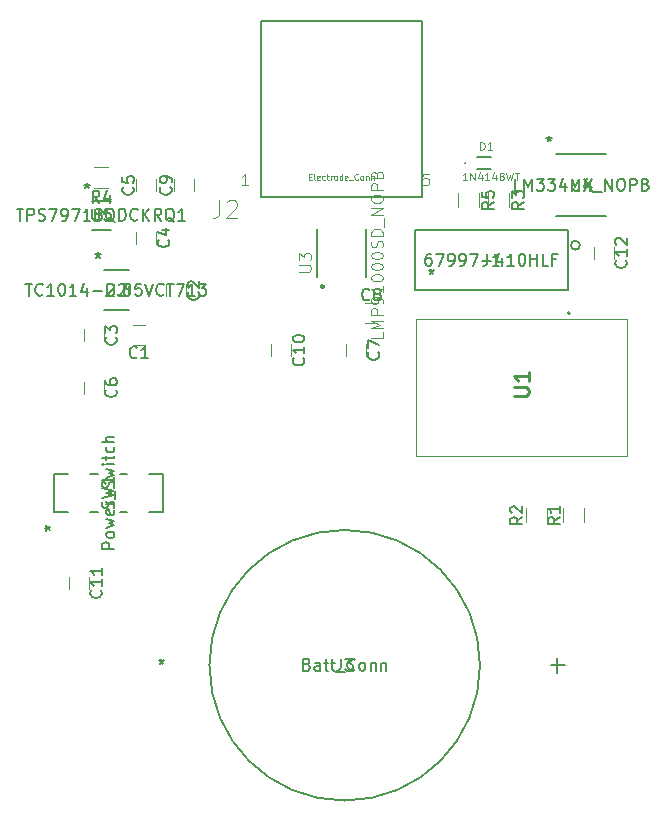
<source format=gbr>
G04 #@! TF.GenerationSoftware,KiCad,Pcbnew,(5.0.2)-1*
G04 #@! TF.CreationDate,2019-06-27T19:33:00-04:00*
G04 #@! TF.ProjectId,IGEM_Device,4947454d-5f44-4657-9669-63652e6b6963,rev?*
G04 #@! TF.SameCoordinates,Original*
G04 #@! TF.FileFunction,Legend,Top*
G04 #@! TF.FilePolarity,Positive*
%FSLAX46Y46*%
G04 Gerber Fmt 4.6, Leading zero omitted, Abs format (unit mm)*
G04 Created by KiCad (PCBNEW (5.0.2)-1) date 2019-06-27 7:33:00 PM*
%MOMM*%
%LPD*%
G01*
G04 APERTURE LIST*
%ADD10C,0.100000*%
%ADD11C,0.200000*%
%ADD12C,0.120000*%
%ADD13C,0.152400*%
%ADD14C,0.127000*%
%ADD15C,0.240000*%
%ADD16C,0.254000*%
%ADD17C,0.150000*%
%ADD18C,0.050000*%
G04 APERTURE END LIST*
D10*
G04 #@! TO.C,U1*
X149305000Y-65305000D02*
X149305000Y-76935000D01*
X149305000Y-76935000D02*
X131445000Y-76935000D01*
X131445000Y-76935000D02*
X131445000Y-65305000D01*
X131445000Y-65305000D02*
X149305000Y-65305000D01*
D11*
X144445000Y-64820000D02*
X144445000Y-64820000D01*
X144245000Y-64820000D02*
X144245000Y-64820000D01*
X144245000Y-64820000D02*
G75*
G03X144445000Y-64820000I100000J0D01*
G01*
X144445000Y-64820000D02*
G75*
G03X144245000Y-64820000I-100000J0D01*
G01*
D12*
G04 #@! TO.C,R1*
X145660000Y-81315000D02*
X145660000Y-82515000D01*
X143900000Y-82515000D02*
X143900000Y-81315000D01*
D13*
G04 #@! TO.C,J3*
X143992600Y-94615000D02*
X142801340Y-94615000D01*
X143357600Y-95250000D02*
X143357600Y-93980000D01*
X136829800Y-94615000D02*
G75*
G03X136829800Y-94615000I-11455400J0D01*
G01*
D14*
G04 #@! TO.C,D1*
X136560000Y-51555000D02*
X137760000Y-51555000D01*
D11*
X135610000Y-52070000D02*
G75*
G03X135610000Y-52070000I-50000J0D01*
G01*
D14*
X137760000Y-52585000D02*
X136560000Y-52585000D01*
D13*
G04 #@! TO.C,SW1*
X110032800Y-81635600D02*
X110032800Y-78384400D01*
X110032800Y-78384400D02*
X108839640Y-78384400D01*
X100787200Y-78384400D02*
X100787200Y-81635600D01*
X100787200Y-81635600D02*
X101980360Y-81635600D01*
X103839640Y-81635600D02*
X104480360Y-81635600D01*
X106339640Y-81635600D02*
X106980360Y-81635600D01*
X108839640Y-81635600D02*
X110032800Y-81635600D01*
X106980360Y-78384400D02*
X106339640Y-78384400D01*
X104480360Y-78384400D02*
X103839640Y-78384400D01*
X101980360Y-78384400D02*
X100787200Y-78384400D01*
D12*
G04 #@! TO.C,C2*
X110275000Y-62365000D02*
X110275000Y-63365000D01*
X111975000Y-63365000D02*
X111975000Y-62365000D01*
D11*
G04 #@! TO.C,J2*
X118294990Y-40062990D02*
X118294990Y-54948990D01*
X118294990Y-54948990D02*
X131895010Y-54948990D01*
X131895010Y-54948990D02*
X131895010Y-40062990D01*
X131895010Y-40062990D02*
X118294990Y-40062990D01*
D12*
G04 #@! TO.C,C1*
X108450000Y-65825000D02*
X107450000Y-65825000D01*
X107450000Y-67525000D02*
X108450000Y-67525000D01*
G04 #@! TO.C,C3*
X104990000Y-67175000D02*
X104990000Y-66175000D01*
X103290000Y-66175000D02*
X103290000Y-67175000D01*
G04 #@! TO.C,C4*
X109435000Y-58920000D02*
X109435000Y-57920000D01*
X107735000Y-57920000D02*
X107735000Y-58920000D01*
G04 #@! TO.C,C5*
X109435000Y-54475000D02*
X109435000Y-53475000D01*
X107735000Y-53475000D02*
X107735000Y-54475000D01*
G04 #@! TO.C,C6*
X104990000Y-71620000D02*
X104990000Y-70620000D01*
X103290000Y-70620000D02*
X103290000Y-71620000D01*
G04 #@! TO.C,C7*
X125515000Y-67445000D02*
X125515000Y-68445000D01*
X127215000Y-68445000D02*
X127215000Y-67445000D01*
G04 #@! TO.C,C8*
X128135000Y-63920000D02*
X127135000Y-63920000D01*
X127135000Y-65620000D02*
X128135000Y-65620000D01*
G04 #@! TO.C,C9*
X112610000Y-54475000D02*
X112610000Y-53475000D01*
X110910000Y-53475000D02*
X110910000Y-54475000D01*
G04 #@! TO.C,C10*
X120865000Y-68445000D02*
X120865000Y-67445000D01*
X119165000Y-67445000D02*
X119165000Y-68445000D01*
G04 #@! TO.C,C11*
X102020000Y-87130000D02*
X102020000Y-88130000D01*
X103720000Y-88130000D02*
X103720000Y-87130000D01*
G04 #@! TO.C,C12*
X148170000Y-60190000D02*
X148170000Y-59190000D01*
X146470000Y-59190000D02*
X146470000Y-60190000D01*
D13*
G04 #@! TO.C,J1*
X144272000Y-57785000D02*
X131318000Y-57785000D01*
X131318000Y-57785000D02*
X131318000Y-62865000D01*
X131318000Y-62865000D02*
X144272000Y-62865000D01*
X144272000Y-62865000D02*
X144272000Y-57785000D01*
X145288000Y-59055000D02*
G75*
G03X145288000Y-59055000I-381000J0D01*
G01*
D12*
G04 #@! TO.C,R2*
X140725000Y-82515000D02*
X140725000Y-81315000D01*
X142485000Y-81315000D02*
X142485000Y-82515000D01*
G04 #@! TO.C,R3*
X139310000Y-54645000D02*
X139310000Y-55845000D01*
X137550000Y-55845000D02*
X137550000Y-54645000D01*
G04 #@! TO.C,R4*
X105375000Y-54220000D02*
X104175000Y-54220000D01*
X104175000Y-52460000D02*
X105375000Y-52460000D01*
G04 #@! TO.C,R5*
X135010000Y-55845000D02*
X135010000Y-54645000D01*
X136770000Y-54645000D02*
X136770000Y-55845000D01*
D13*
G04 #@! TO.C,U2*
X105016300Y-64541400D02*
X107073700Y-64541400D01*
X107073700Y-63202861D02*
X107073700Y-62527139D01*
X107073700Y-61188600D02*
X105016300Y-61188600D01*
D14*
G04 #@! TO.C,U3*
X123045000Y-61740000D02*
X123045000Y-57640000D01*
X127145000Y-57640000D02*
X127145000Y-61740000D01*
D15*
X123615000Y-62540000D02*
G75*
G03X123615000Y-62540000I-120000J0D01*
G01*
D13*
G04 #@! TO.C,U4*
X143294100Y-56603900D02*
X147535900Y-56603900D01*
X147535900Y-51346100D02*
X143294100Y-51346100D01*
G04 #@! TO.C,U5*
X103949500Y-57721500D02*
X105600500Y-57721500D01*
X105600500Y-56654459D02*
X105600500Y-56375541D01*
X105600500Y-55308500D02*
X103949500Y-55308500D01*
G04 #@! TO.C,U1*
D16*
X139679523Y-71794619D02*
X140707619Y-71794619D01*
X140828571Y-71734142D01*
X140889047Y-71673666D01*
X140949523Y-71552714D01*
X140949523Y-71310809D01*
X140889047Y-71189857D01*
X140828571Y-71129380D01*
X140707619Y-71068904D01*
X139679523Y-71068904D01*
X140949523Y-69798904D02*
X140949523Y-70524619D01*
X140949523Y-70161761D02*
X139679523Y-70161761D01*
X139860952Y-70282714D01*
X139981904Y-70403666D01*
X140042380Y-70524619D01*
G04 #@! TO.C,R1*
D17*
X143582380Y-82081666D02*
X143106190Y-82415000D01*
X143582380Y-82653095D02*
X142582380Y-82653095D01*
X142582380Y-82272142D01*
X142630000Y-82176904D01*
X142677619Y-82129285D01*
X142772857Y-82081666D01*
X142915714Y-82081666D01*
X143010952Y-82129285D01*
X143058571Y-82176904D01*
X143106190Y-82272142D01*
X143106190Y-82653095D01*
X143582380Y-81129285D02*
X143582380Y-81700714D01*
X143582380Y-81415000D02*
X142582380Y-81415000D01*
X142725238Y-81510238D01*
X142820476Y-81605476D01*
X142868095Y-81700714D01*
G04 #@! TO.C,J3*
X125041066Y-94067380D02*
X125041066Y-94781666D01*
X124993447Y-94924523D01*
X124898209Y-95019761D01*
X124755352Y-95067380D01*
X124660114Y-95067380D01*
X125422019Y-94067380D02*
X126041066Y-94067380D01*
X125707733Y-94448333D01*
X125850590Y-94448333D01*
X125945828Y-94495952D01*
X125993447Y-94543571D01*
X126041066Y-94638809D01*
X126041066Y-94876904D01*
X125993447Y-94972142D01*
X125945828Y-95019761D01*
X125850590Y-95067380D01*
X125564876Y-95067380D01*
X125469638Y-95019761D01*
X125422019Y-94972142D01*
X122183923Y-94543571D02*
X122326780Y-94591190D01*
X122374400Y-94638809D01*
X122422019Y-94734047D01*
X122422019Y-94876904D01*
X122374400Y-94972142D01*
X122326780Y-95019761D01*
X122231542Y-95067380D01*
X121850590Y-95067380D01*
X121850590Y-94067380D01*
X122183923Y-94067380D01*
X122279161Y-94115000D01*
X122326780Y-94162619D01*
X122374400Y-94257857D01*
X122374400Y-94353095D01*
X122326780Y-94448333D01*
X122279161Y-94495952D01*
X122183923Y-94543571D01*
X121850590Y-94543571D01*
X123279161Y-95067380D02*
X123279161Y-94543571D01*
X123231542Y-94448333D01*
X123136304Y-94400714D01*
X122945828Y-94400714D01*
X122850590Y-94448333D01*
X123279161Y-95019761D02*
X123183923Y-95067380D01*
X122945828Y-95067380D01*
X122850590Y-95019761D01*
X122802971Y-94924523D01*
X122802971Y-94829285D01*
X122850590Y-94734047D01*
X122945828Y-94686428D01*
X123183923Y-94686428D01*
X123279161Y-94638809D01*
X123612495Y-94400714D02*
X123993447Y-94400714D01*
X123755352Y-94067380D02*
X123755352Y-94924523D01*
X123802971Y-95019761D01*
X123898209Y-95067380D01*
X123993447Y-95067380D01*
X124183923Y-94400714D02*
X124564876Y-94400714D01*
X124326780Y-94067380D02*
X124326780Y-94924523D01*
X124374400Y-95019761D01*
X124469638Y-95067380D01*
X124564876Y-95067380D01*
X124660114Y-95162619D02*
X125422019Y-95162619D01*
X126231542Y-94972142D02*
X126183923Y-95019761D01*
X126041066Y-95067380D01*
X125945828Y-95067380D01*
X125802971Y-95019761D01*
X125707733Y-94924523D01*
X125660114Y-94829285D01*
X125612495Y-94638809D01*
X125612495Y-94495952D01*
X125660114Y-94305476D01*
X125707733Y-94210238D01*
X125802971Y-94115000D01*
X125945828Y-94067380D01*
X126041066Y-94067380D01*
X126183923Y-94115000D01*
X126231542Y-94162619D01*
X126802971Y-95067380D02*
X126707733Y-95019761D01*
X126660114Y-94972142D01*
X126612495Y-94876904D01*
X126612495Y-94591190D01*
X126660114Y-94495952D01*
X126707733Y-94448333D01*
X126802971Y-94400714D01*
X126945828Y-94400714D01*
X127041066Y-94448333D01*
X127088685Y-94495952D01*
X127136304Y-94591190D01*
X127136304Y-94876904D01*
X127088685Y-94972142D01*
X127041066Y-95019761D01*
X126945828Y-95067380D01*
X126802971Y-95067380D01*
X127564876Y-94400714D02*
X127564876Y-95067380D01*
X127564876Y-94495952D02*
X127612495Y-94448333D01*
X127707733Y-94400714D01*
X127850590Y-94400714D01*
X127945828Y-94448333D01*
X127993447Y-94543571D01*
X127993447Y-95067380D01*
X128469638Y-94400714D02*
X128469638Y-95067380D01*
X128469638Y-94495952D02*
X128517257Y-94448333D01*
X128612495Y-94400714D01*
X128755352Y-94400714D01*
X128850590Y-94448333D01*
X128898209Y-94543571D01*
X128898209Y-95067380D01*
X109855000Y-94067380D02*
X109855000Y-94305476D01*
X109616904Y-94210238D02*
X109855000Y-94305476D01*
X110093095Y-94210238D01*
X109712142Y-94495952D02*
X109855000Y-94305476D01*
X109997857Y-94495952D01*
G04 #@! TO.C,D1*
D18*
X136866169Y-50971523D02*
X136866169Y-50331523D01*
X137018550Y-50331523D01*
X137109978Y-50362000D01*
X137170930Y-50422952D01*
X137201407Y-50483904D01*
X137231883Y-50605809D01*
X137231883Y-50697238D01*
X137201407Y-50819142D01*
X137170930Y-50880095D01*
X137109978Y-50941047D01*
X137018550Y-50971523D01*
X136866169Y-50971523D01*
X137841407Y-50971523D02*
X137475692Y-50971523D01*
X137658550Y-50971523D02*
X137658550Y-50331523D01*
X137597597Y-50422952D01*
X137536645Y-50483904D01*
X137475692Y-50514380D01*
X135740007Y-53548903D02*
X135374293Y-53548903D01*
X135557150Y-53548903D02*
X135557150Y-52908903D01*
X135496198Y-53000332D01*
X135435245Y-53061284D01*
X135374293Y-53091760D01*
X136014293Y-53548903D02*
X136014293Y-52908903D01*
X136380007Y-53548903D01*
X136380007Y-52908903D01*
X136959055Y-53122237D02*
X136959055Y-53548903D01*
X136806674Y-52878427D02*
X136654293Y-53335570D01*
X137050483Y-53335570D01*
X137629531Y-53548903D02*
X137263817Y-53548903D01*
X137446674Y-53548903D02*
X137446674Y-52908903D01*
X137385721Y-53000332D01*
X137324769Y-53061284D01*
X137263817Y-53091760D01*
X138178102Y-53122237D02*
X138178102Y-53548903D01*
X138025721Y-52878427D02*
X137873340Y-53335570D01*
X138269531Y-53335570D01*
X138604769Y-53183189D02*
X138543817Y-53152713D01*
X138513340Y-53122237D01*
X138482864Y-53061284D01*
X138482864Y-53030808D01*
X138513340Y-52969856D01*
X138543817Y-52939380D01*
X138604769Y-52908903D01*
X138726674Y-52908903D01*
X138787626Y-52939380D01*
X138818102Y-52969856D01*
X138848579Y-53030808D01*
X138848579Y-53061284D01*
X138818102Y-53122237D01*
X138787626Y-53152713D01*
X138726674Y-53183189D01*
X138604769Y-53183189D01*
X138543817Y-53213665D01*
X138513340Y-53244141D01*
X138482864Y-53305094D01*
X138482864Y-53426999D01*
X138513340Y-53487951D01*
X138543817Y-53518427D01*
X138604769Y-53548903D01*
X138726674Y-53548903D01*
X138787626Y-53518427D01*
X138818102Y-53487951D01*
X138848579Y-53426999D01*
X138848579Y-53305094D01*
X138818102Y-53244141D01*
X138787626Y-53213665D01*
X138726674Y-53183189D01*
X139061912Y-52908903D02*
X139214293Y-53548903D01*
X139336198Y-53091760D01*
X139458102Y-53548903D01*
X139610483Y-52908903D01*
X139762864Y-52908903D02*
X140128579Y-52908903D01*
X139945721Y-53548903D02*
X139945721Y-52908903D01*
G04 #@! TO.C,SW1*
D17*
X105814761Y-81343333D02*
X105862380Y-81200476D01*
X105862380Y-80962380D01*
X105814761Y-80867142D01*
X105767142Y-80819523D01*
X105671904Y-80771904D01*
X105576666Y-80771904D01*
X105481428Y-80819523D01*
X105433809Y-80867142D01*
X105386190Y-80962380D01*
X105338571Y-81152857D01*
X105290952Y-81248095D01*
X105243333Y-81295714D01*
X105148095Y-81343333D01*
X105052857Y-81343333D01*
X104957619Y-81295714D01*
X104910000Y-81248095D01*
X104862380Y-81152857D01*
X104862380Y-80914761D01*
X104910000Y-80771904D01*
X104862380Y-80438571D02*
X105862380Y-80200476D01*
X105148095Y-80010000D01*
X105862380Y-79819523D01*
X104862380Y-79581428D01*
X105862380Y-78676666D02*
X105862380Y-79248095D01*
X105862380Y-78962380D02*
X104862380Y-78962380D01*
X105005238Y-79057619D01*
X105100476Y-79152857D01*
X105148095Y-79248095D01*
X105862380Y-84771904D02*
X104862380Y-84771904D01*
X104862380Y-84390952D01*
X104910000Y-84295714D01*
X104957619Y-84248095D01*
X105052857Y-84200476D01*
X105195714Y-84200476D01*
X105290952Y-84248095D01*
X105338571Y-84295714D01*
X105386190Y-84390952D01*
X105386190Y-84771904D01*
X105862380Y-83629047D02*
X105814761Y-83724285D01*
X105767142Y-83771904D01*
X105671904Y-83819523D01*
X105386190Y-83819523D01*
X105290952Y-83771904D01*
X105243333Y-83724285D01*
X105195714Y-83629047D01*
X105195714Y-83486190D01*
X105243333Y-83390952D01*
X105290952Y-83343333D01*
X105386190Y-83295714D01*
X105671904Y-83295714D01*
X105767142Y-83343333D01*
X105814761Y-83390952D01*
X105862380Y-83486190D01*
X105862380Y-83629047D01*
X105195714Y-82962380D02*
X105862380Y-82771904D01*
X105386190Y-82581428D01*
X105862380Y-82390952D01*
X105195714Y-82200476D01*
X105814761Y-81438571D02*
X105862380Y-81533809D01*
X105862380Y-81724285D01*
X105814761Y-81819523D01*
X105719523Y-81867142D01*
X105338571Y-81867142D01*
X105243333Y-81819523D01*
X105195714Y-81724285D01*
X105195714Y-81533809D01*
X105243333Y-81438571D01*
X105338571Y-81390952D01*
X105433809Y-81390952D01*
X105529047Y-81867142D01*
X105862380Y-80962380D02*
X105195714Y-80962380D01*
X105386190Y-80962380D02*
X105290952Y-80914761D01*
X105243333Y-80867142D01*
X105195714Y-80771904D01*
X105195714Y-80676666D01*
X105957619Y-80581428D02*
X105957619Y-79819523D01*
X105814761Y-79629047D02*
X105862380Y-79486190D01*
X105862380Y-79248095D01*
X105814761Y-79152857D01*
X105767142Y-79105238D01*
X105671904Y-79057619D01*
X105576666Y-79057619D01*
X105481428Y-79105238D01*
X105433809Y-79152857D01*
X105386190Y-79248095D01*
X105338571Y-79438571D01*
X105290952Y-79533809D01*
X105243333Y-79581428D01*
X105148095Y-79629047D01*
X105052857Y-79629047D01*
X104957619Y-79581428D01*
X104910000Y-79533809D01*
X104862380Y-79438571D01*
X104862380Y-79200476D01*
X104910000Y-79057619D01*
X105195714Y-78724285D02*
X105862380Y-78533809D01*
X105386190Y-78343333D01*
X105862380Y-78152857D01*
X105195714Y-77962380D01*
X105862380Y-77581428D02*
X105195714Y-77581428D01*
X104862380Y-77581428D02*
X104910000Y-77629047D01*
X104957619Y-77581428D01*
X104910000Y-77533809D01*
X104862380Y-77581428D01*
X104957619Y-77581428D01*
X105195714Y-77248095D02*
X105195714Y-76867142D01*
X104862380Y-77105238D02*
X105719523Y-77105238D01*
X105814761Y-77057619D01*
X105862380Y-76962380D01*
X105862380Y-76867142D01*
X105814761Y-76105238D02*
X105862380Y-76200476D01*
X105862380Y-76390952D01*
X105814761Y-76486190D01*
X105767142Y-76533809D01*
X105671904Y-76581428D01*
X105386190Y-76581428D01*
X105290952Y-76533809D01*
X105243333Y-76486190D01*
X105195714Y-76390952D01*
X105195714Y-76200476D01*
X105243333Y-76105238D01*
X105862380Y-75676666D02*
X104862380Y-75676666D01*
X105862380Y-75248095D02*
X105338571Y-75248095D01*
X105243333Y-75295714D01*
X105195714Y-75390952D01*
X105195714Y-75533809D01*
X105243333Y-75629047D01*
X105290952Y-75676666D01*
X99974780Y-83019900D02*
X100212876Y-83019900D01*
X100117638Y-83257995D02*
X100212876Y-83019900D01*
X100117638Y-82781804D01*
X100403352Y-83162757D02*
X100212876Y-83019900D01*
X100403352Y-82877042D01*
G04 #@! TO.C,C2*
X112982142Y-63031666D02*
X113029761Y-63079285D01*
X113077380Y-63222142D01*
X113077380Y-63317380D01*
X113029761Y-63460238D01*
X112934523Y-63555476D01*
X112839285Y-63603095D01*
X112648809Y-63650714D01*
X112505952Y-63650714D01*
X112315476Y-63603095D01*
X112220238Y-63555476D01*
X112125000Y-63460238D01*
X112077380Y-63317380D01*
X112077380Y-63222142D01*
X112125000Y-63079285D01*
X112172619Y-63031666D01*
X112172619Y-62650714D02*
X112125000Y-62603095D01*
X112077380Y-62507857D01*
X112077380Y-62269761D01*
X112125000Y-62174523D01*
X112172619Y-62126904D01*
X112267857Y-62079285D01*
X112363095Y-62079285D01*
X112505952Y-62126904D01*
X113077380Y-62698333D01*
X113077380Y-62079285D01*
G04 #@! TO.C,J2*
D18*
X114774000Y-55217071D02*
X114774000Y-56288500D01*
X114702571Y-56502785D01*
X114559714Y-56645642D01*
X114345428Y-56717071D01*
X114202571Y-56717071D01*
X115416857Y-55359928D02*
X115488285Y-55288500D01*
X115631142Y-55217071D01*
X115988285Y-55217071D01*
X116131142Y-55288500D01*
X116202571Y-55359928D01*
X116274000Y-55502785D01*
X116274000Y-55645642D01*
X116202571Y-55859928D01*
X115345428Y-56717071D01*
X116274000Y-56717071D01*
X122345000Y-53254775D02*
X122511666Y-53254775D01*
X122583095Y-53516680D02*
X122345000Y-53516680D01*
X122345000Y-53016680D01*
X122583095Y-53016680D01*
X122868809Y-53516680D02*
X122821190Y-53492870D01*
X122797380Y-53445251D01*
X122797380Y-53016680D01*
X123249761Y-53492870D02*
X123202142Y-53516680D01*
X123106904Y-53516680D01*
X123059285Y-53492870D01*
X123035476Y-53445251D01*
X123035476Y-53254775D01*
X123059285Y-53207156D01*
X123106904Y-53183347D01*
X123202142Y-53183347D01*
X123249761Y-53207156D01*
X123273571Y-53254775D01*
X123273571Y-53302394D01*
X123035476Y-53350013D01*
X123702142Y-53492870D02*
X123654523Y-53516680D01*
X123559285Y-53516680D01*
X123511666Y-53492870D01*
X123487857Y-53469061D01*
X123464047Y-53421442D01*
X123464047Y-53278585D01*
X123487857Y-53230966D01*
X123511666Y-53207156D01*
X123559285Y-53183347D01*
X123654523Y-53183347D01*
X123702142Y-53207156D01*
X123845000Y-53183347D02*
X124035476Y-53183347D01*
X123916428Y-53016680D02*
X123916428Y-53445251D01*
X123940238Y-53492870D01*
X123987857Y-53516680D01*
X124035476Y-53516680D01*
X124202142Y-53516680D02*
X124202142Y-53183347D01*
X124202142Y-53278585D02*
X124225952Y-53230966D01*
X124249761Y-53207156D01*
X124297380Y-53183347D01*
X124345000Y-53183347D01*
X124583095Y-53516680D02*
X124535476Y-53492870D01*
X124511666Y-53469061D01*
X124487857Y-53421442D01*
X124487857Y-53278585D01*
X124511666Y-53230966D01*
X124535476Y-53207156D01*
X124583095Y-53183347D01*
X124654523Y-53183347D01*
X124702142Y-53207156D01*
X124725952Y-53230966D01*
X124749761Y-53278585D01*
X124749761Y-53421442D01*
X124725952Y-53469061D01*
X124702142Y-53492870D01*
X124654523Y-53516680D01*
X124583095Y-53516680D01*
X125178333Y-53516680D02*
X125178333Y-53016680D01*
X125178333Y-53492870D02*
X125130714Y-53516680D01*
X125035476Y-53516680D01*
X124987857Y-53492870D01*
X124964047Y-53469061D01*
X124940238Y-53421442D01*
X124940238Y-53278585D01*
X124964047Y-53230966D01*
X124987857Y-53207156D01*
X125035476Y-53183347D01*
X125130714Y-53183347D01*
X125178333Y-53207156D01*
X125606904Y-53492870D02*
X125559285Y-53516680D01*
X125464047Y-53516680D01*
X125416428Y-53492870D01*
X125392619Y-53445251D01*
X125392619Y-53254775D01*
X125416428Y-53207156D01*
X125464047Y-53183347D01*
X125559285Y-53183347D01*
X125606904Y-53207156D01*
X125630714Y-53254775D01*
X125630714Y-53302394D01*
X125392619Y-53350013D01*
X125725952Y-53564299D02*
X126106904Y-53564299D01*
X126511666Y-53469061D02*
X126487857Y-53492870D01*
X126416428Y-53516680D01*
X126368809Y-53516680D01*
X126297380Y-53492870D01*
X126249761Y-53445251D01*
X126225952Y-53397632D01*
X126202142Y-53302394D01*
X126202142Y-53230966D01*
X126225952Y-53135728D01*
X126249761Y-53088109D01*
X126297380Y-53040490D01*
X126368809Y-53016680D01*
X126416428Y-53016680D01*
X126487857Y-53040490D01*
X126511666Y-53064299D01*
X126797380Y-53516680D02*
X126749761Y-53492870D01*
X126725952Y-53469061D01*
X126702142Y-53421442D01*
X126702142Y-53278585D01*
X126725952Y-53230966D01*
X126749761Y-53207156D01*
X126797380Y-53183347D01*
X126868809Y-53183347D01*
X126916428Y-53207156D01*
X126940238Y-53230966D01*
X126964047Y-53278585D01*
X126964047Y-53421442D01*
X126940238Y-53469061D01*
X126916428Y-53492870D01*
X126868809Y-53516680D01*
X126797380Y-53516680D01*
X127178333Y-53183347D02*
X127178333Y-53516680D01*
X127178333Y-53230966D02*
X127202142Y-53207156D01*
X127249761Y-53183347D01*
X127321190Y-53183347D01*
X127368809Y-53207156D01*
X127392619Y-53254775D01*
X127392619Y-53516680D01*
X127630714Y-53183347D02*
X127630714Y-53516680D01*
X127630714Y-53230966D02*
X127654523Y-53207156D01*
X127702142Y-53183347D01*
X127773571Y-53183347D01*
X127821190Y-53207156D01*
X127845000Y-53254775D01*
X127845000Y-53516680D01*
X117210704Y-53995380D02*
X116639275Y-53995380D01*
X116924990Y-53995380D02*
X116924990Y-52995380D01*
X116829751Y-53138238D01*
X116734513Y-53233476D01*
X116639275Y-53281095D01*
X132474105Y-52995380D02*
X131997914Y-52995380D01*
X131950295Y-53471571D01*
X131997914Y-53423952D01*
X132093152Y-53376333D01*
X132331248Y-53376333D01*
X132426486Y-53423952D01*
X132474105Y-53471571D01*
X132521724Y-53566809D01*
X132521724Y-53804904D01*
X132474105Y-53900142D01*
X132426486Y-53947761D01*
X132331248Y-53995380D01*
X132093152Y-53995380D01*
X131997914Y-53947761D01*
X131950295Y-53900142D01*
G04 #@! TO.C,C1*
D17*
X107783333Y-68532142D02*
X107735714Y-68579761D01*
X107592857Y-68627380D01*
X107497619Y-68627380D01*
X107354761Y-68579761D01*
X107259523Y-68484523D01*
X107211904Y-68389285D01*
X107164285Y-68198809D01*
X107164285Y-68055952D01*
X107211904Y-67865476D01*
X107259523Y-67770238D01*
X107354761Y-67675000D01*
X107497619Y-67627380D01*
X107592857Y-67627380D01*
X107735714Y-67675000D01*
X107783333Y-67722619D01*
X108735714Y-68627380D02*
X108164285Y-68627380D01*
X108450000Y-68627380D02*
X108450000Y-67627380D01*
X108354761Y-67770238D01*
X108259523Y-67865476D01*
X108164285Y-67913095D01*
G04 #@! TO.C,C3*
X105997142Y-66841666D02*
X106044761Y-66889285D01*
X106092380Y-67032142D01*
X106092380Y-67127380D01*
X106044761Y-67270238D01*
X105949523Y-67365476D01*
X105854285Y-67413095D01*
X105663809Y-67460714D01*
X105520952Y-67460714D01*
X105330476Y-67413095D01*
X105235238Y-67365476D01*
X105140000Y-67270238D01*
X105092380Y-67127380D01*
X105092380Y-67032142D01*
X105140000Y-66889285D01*
X105187619Y-66841666D01*
X105092380Y-66508333D02*
X105092380Y-65889285D01*
X105473333Y-66222619D01*
X105473333Y-66079761D01*
X105520952Y-65984523D01*
X105568571Y-65936904D01*
X105663809Y-65889285D01*
X105901904Y-65889285D01*
X105997142Y-65936904D01*
X106044761Y-65984523D01*
X106092380Y-66079761D01*
X106092380Y-66365476D01*
X106044761Y-66460714D01*
X105997142Y-66508333D01*
G04 #@! TO.C,C4*
X110442142Y-58586666D02*
X110489761Y-58634285D01*
X110537380Y-58777142D01*
X110537380Y-58872380D01*
X110489761Y-59015238D01*
X110394523Y-59110476D01*
X110299285Y-59158095D01*
X110108809Y-59205714D01*
X109965952Y-59205714D01*
X109775476Y-59158095D01*
X109680238Y-59110476D01*
X109585000Y-59015238D01*
X109537380Y-58872380D01*
X109537380Y-58777142D01*
X109585000Y-58634285D01*
X109632619Y-58586666D01*
X109870714Y-57729523D02*
X110537380Y-57729523D01*
X109489761Y-57967619D02*
X110204047Y-58205714D01*
X110204047Y-57586666D01*
G04 #@! TO.C,C5*
X107442142Y-54141666D02*
X107489761Y-54189285D01*
X107537380Y-54332142D01*
X107537380Y-54427380D01*
X107489761Y-54570238D01*
X107394523Y-54665476D01*
X107299285Y-54713095D01*
X107108809Y-54760714D01*
X106965952Y-54760714D01*
X106775476Y-54713095D01*
X106680238Y-54665476D01*
X106585000Y-54570238D01*
X106537380Y-54427380D01*
X106537380Y-54332142D01*
X106585000Y-54189285D01*
X106632619Y-54141666D01*
X106537380Y-53236904D02*
X106537380Y-53713095D01*
X107013571Y-53760714D01*
X106965952Y-53713095D01*
X106918333Y-53617857D01*
X106918333Y-53379761D01*
X106965952Y-53284523D01*
X107013571Y-53236904D01*
X107108809Y-53189285D01*
X107346904Y-53189285D01*
X107442142Y-53236904D01*
X107489761Y-53284523D01*
X107537380Y-53379761D01*
X107537380Y-53617857D01*
X107489761Y-53713095D01*
X107442142Y-53760714D01*
G04 #@! TO.C,C6*
X105997142Y-71286666D02*
X106044761Y-71334285D01*
X106092380Y-71477142D01*
X106092380Y-71572380D01*
X106044761Y-71715238D01*
X105949523Y-71810476D01*
X105854285Y-71858095D01*
X105663809Y-71905714D01*
X105520952Y-71905714D01*
X105330476Y-71858095D01*
X105235238Y-71810476D01*
X105140000Y-71715238D01*
X105092380Y-71572380D01*
X105092380Y-71477142D01*
X105140000Y-71334285D01*
X105187619Y-71286666D01*
X105092380Y-70429523D02*
X105092380Y-70620000D01*
X105140000Y-70715238D01*
X105187619Y-70762857D01*
X105330476Y-70858095D01*
X105520952Y-70905714D01*
X105901904Y-70905714D01*
X105997142Y-70858095D01*
X106044761Y-70810476D01*
X106092380Y-70715238D01*
X106092380Y-70524761D01*
X106044761Y-70429523D01*
X105997142Y-70381904D01*
X105901904Y-70334285D01*
X105663809Y-70334285D01*
X105568571Y-70381904D01*
X105520952Y-70429523D01*
X105473333Y-70524761D01*
X105473333Y-70715238D01*
X105520952Y-70810476D01*
X105568571Y-70858095D01*
X105663809Y-70905714D01*
G04 #@! TO.C,C7*
X128222142Y-68111666D02*
X128269761Y-68159285D01*
X128317380Y-68302142D01*
X128317380Y-68397380D01*
X128269761Y-68540238D01*
X128174523Y-68635476D01*
X128079285Y-68683095D01*
X127888809Y-68730714D01*
X127745952Y-68730714D01*
X127555476Y-68683095D01*
X127460238Y-68635476D01*
X127365000Y-68540238D01*
X127317380Y-68397380D01*
X127317380Y-68302142D01*
X127365000Y-68159285D01*
X127412619Y-68111666D01*
X127317380Y-67778333D02*
X127317380Y-67111666D01*
X128317380Y-67540238D01*
G04 #@! TO.C,C8*
X127468333Y-63627142D02*
X127420714Y-63674761D01*
X127277857Y-63722380D01*
X127182619Y-63722380D01*
X127039761Y-63674761D01*
X126944523Y-63579523D01*
X126896904Y-63484285D01*
X126849285Y-63293809D01*
X126849285Y-63150952D01*
X126896904Y-62960476D01*
X126944523Y-62865238D01*
X127039761Y-62770000D01*
X127182619Y-62722380D01*
X127277857Y-62722380D01*
X127420714Y-62770000D01*
X127468333Y-62817619D01*
X128039761Y-63150952D02*
X127944523Y-63103333D01*
X127896904Y-63055714D01*
X127849285Y-62960476D01*
X127849285Y-62912857D01*
X127896904Y-62817619D01*
X127944523Y-62770000D01*
X128039761Y-62722380D01*
X128230238Y-62722380D01*
X128325476Y-62770000D01*
X128373095Y-62817619D01*
X128420714Y-62912857D01*
X128420714Y-62960476D01*
X128373095Y-63055714D01*
X128325476Y-63103333D01*
X128230238Y-63150952D01*
X128039761Y-63150952D01*
X127944523Y-63198571D01*
X127896904Y-63246190D01*
X127849285Y-63341428D01*
X127849285Y-63531904D01*
X127896904Y-63627142D01*
X127944523Y-63674761D01*
X128039761Y-63722380D01*
X128230238Y-63722380D01*
X128325476Y-63674761D01*
X128373095Y-63627142D01*
X128420714Y-63531904D01*
X128420714Y-63341428D01*
X128373095Y-63246190D01*
X128325476Y-63198571D01*
X128230238Y-63150952D01*
G04 #@! TO.C,C9*
X110617142Y-54141666D02*
X110664761Y-54189285D01*
X110712380Y-54332142D01*
X110712380Y-54427380D01*
X110664761Y-54570238D01*
X110569523Y-54665476D01*
X110474285Y-54713095D01*
X110283809Y-54760714D01*
X110140952Y-54760714D01*
X109950476Y-54713095D01*
X109855238Y-54665476D01*
X109760000Y-54570238D01*
X109712380Y-54427380D01*
X109712380Y-54332142D01*
X109760000Y-54189285D01*
X109807619Y-54141666D01*
X110712380Y-53665476D02*
X110712380Y-53475000D01*
X110664761Y-53379761D01*
X110617142Y-53332142D01*
X110474285Y-53236904D01*
X110283809Y-53189285D01*
X109902857Y-53189285D01*
X109807619Y-53236904D01*
X109760000Y-53284523D01*
X109712380Y-53379761D01*
X109712380Y-53570238D01*
X109760000Y-53665476D01*
X109807619Y-53713095D01*
X109902857Y-53760714D01*
X110140952Y-53760714D01*
X110236190Y-53713095D01*
X110283809Y-53665476D01*
X110331428Y-53570238D01*
X110331428Y-53379761D01*
X110283809Y-53284523D01*
X110236190Y-53236904D01*
X110140952Y-53189285D01*
G04 #@! TO.C,C10*
X121872142Y-68587857D02*
X121919761Y-68635476D01*
X121967380Y-68778333D01*
X121967380Y-68873571D01*
X121919761Y-69016428D01*
X121824523Y-69111666D01*
X121729285Y-69159285D01*
X121538809Y-69206904D01*
X121395952Y-69206904D01*
X121205476Y-69159285D01*
X121110238Y-69111666D01*
X121015000Y-69016428D01*
X120967380Y-68873571D01*
X120967380Y-68778333D01*
X121015000Y-68635476D01*
X121062619Y-68587857D01*
X121967380Y-67635476D02*
X121967380Y-68206904D01*
X121967380Y-67921190D02*
X120967380Y-67921190D01*
X121110238Y-68016428D01*
X121205476Y-68111666D01*
X121253095Y-68206904D01*
X120967380Y-67016428D02*
X120967380Y-66921190D01*
X121015000Y-66825952D01*
X121062619Y-66778333D01*
X121157857Y-66730714D01*
X121348333Y-66683095D01*
X121586428Y-66683095D01*
X121776904Y-66730714D01*
X121872142Y-66778333D01*
X121919761Y-66825952D01*
X121967380Y-66921190D01*
X121967380Y-67016428D01*
X121919761Y-67111666D01*
X121872142Y-67159285D01*
X121776904Y-67206904D01*
X121586428Y-67254523D01*
X121348333Y-67254523D01*
X121157857Y-67206904D01*
X121062619Y-67159285D01*
X121015000Y-67111666D01*
X120967380Y-67016428D01*
G04 #@! TO.C,C11*
X104727142Y-88272857D02*
X104774761Y-88320476D01*
X104822380Y-88463333D01*
X104822380Y-88558571D01*
X104774761Y-88701428D01*
X104679523Y-88796666D01*
X104584285Y-88844285D01*
X104393809Y-88891904D01*
X104250952Y-88891904D01*
X104060476Y-88844285D01*
X103965238Y-88796666D01*
X103870000Y-88701428D01*
X103822380Y-88558571D01*
X103822380Y-88463333D01*
X103870000Y-88320476D01*
X103917619Y-88272857D01*
X104822380Y-87320476D02*
X104822380Y-87891904D01*
X104822380Y-87606190D02*
X103822380Y-87606190D01*
X103965238Y-87701428D01*
X104060476Y-87796666D01*
X104108095Y-87891904D01*
X104822380Y-86368095D02*
X104822380Y-86939523D01*
X104822380Y-86653809D02*
X103822380Y-86653809D01*
X103965238Y-86749047D01*
X104060476Y-86844285D01*
X104108095Y-86939523D01*
G04 #@! TO.C,C12*
X149177142Y-60332857D02*
X149224761Y-60380476D01*
X149272380Y-60523333D01*
X149272380Y-60618571D01*
X149224761Y-60761428D01*
X149129523Y-60856666D01*
X149034285Y-60904285D01*
X148843809Y-60951904D01*
X148700952Y-60951904D01*
X148510476Y-60904285D01*
X148415238Y-60856666D01*
X148320000Y-60761428D01*
X148272380Y-60618571D01*
X148272380Y-60523333D01*
X148320000Y-60380476D01*
X148367619Y-60332857D01*
X149272380Y-59380476D02*
X149272380Y-59951904D01*
X149272380Y-59666190D02*
X148272380Y-59666190D01*
X148415238Y-59761428D01*
X148510476Y-59856666D01*
X148558095Y-59951904D01*
X148367619Y-58999523D02*
X148320000Y-58951904D01*
X148272380Y-58856666D01*
X148272380Y-58618571D01*
X148320000Y-58523333D01*
X148367619Y-58475714D01*
X148462857Y-58428095D01*
X148558095Y-58428095D01*
X148700952Y-58475714D01*
X149272380Y-59047142D01*
X149272380Y-58428095D01*
G04 #@! TO.C,J1*
X137461666Y-59777380D02*
X137461666Y-60491666D01*
X137414047Y-60634523D01*
X137318809Y-60729761D01*
X137175952Y-60777380D01*
X137080714Y-60777380D01*
X138461666Y-60777380D02*
X137890238Y-60777380D01*
X138175952Y-60777380D02*
X138175952Y-59777380D01*
X138080714Y-59920238D01*
X137985476Y-60015476D01*
X137890238Y-60063095D01*
X132675952Y-59777380D02*
X132485476Y-59777380D01*
X132390238Y-59825000D01*
X132342619Y-59872619D01*
X132247380Y-60015476D01*
X132199761Y-60205952D01*
X132199761Y-60586904D01*
X132247380Y-60682142D01*
X132295000Y-60729761D01*
X132390238Y-60777380D01*
X132580714Y-60777380D01*
X132675952Y-60729761D01*
X132723571Y-60682142D01*
X132771190Y-60586904D01*
X132771190Y-60348809D01*
X132723571Y-60253571D01*
X132675952Y-60205952D01*
X132580714Y-60158333D01*
X132390238Y-60158333D01*
X132295000Y-60205952D01*
X132247380Y-60253571D01*
X132199761Y-60348809D01*
X133104523Y-59777380D02*
X133771190Y-59777380D01*
X133342619Y-60777380D01*
X134199761Y-60777380D02*
X134390238Y-60777380D01*
X134485476Y-60729761D01*
X134533095Y-60682142D01*
X134628333Y-60539285D01*
X134675952Y-60348809D01*
X134675952Y-59967857D01*
X134628333Y-59872619D01*
X134580714Y-59825000D01*
X134485476Y-59777380D01*
X134295000Y-59777380D01*
X134199761Y-59825000D01*
X134152142Y-59872619D01*
X134104523Y-59967857D01*
X134104523Y-60205952D01*
X134152142Y-60301190D01*
X134199761Y-60348809D01*
X134295000Y-60396428D01*
X134485476Y-60396428D01*
X134580714Y-60348809D01*
X134628333Y-60301190D01*
X134675952Y-60205952D01*
X135152142Y-60777380D02*
X135342619Y-60777380D01*
X135437857Y-60729761D01*
X135485476Y-60682142D01*
X135580714Y-60539285D01*
X135628333Y-60348809D01*
X135628333Y-59967857D01*
X135580714Y-59872619D01*
X135533095Y-59825000D01*
X135437857Y-59777380D01*
X135247380Y-59777380D01*
X135152142Y-59825000D01*
X135104523Y-59872619D01*
X135056904Y-59967857D01*
X135056904Y-60205952D01*
X135104523Y-60301190D01*
X135152142Y-60348809D01*
X135247380Y-60396428D01*
X135437857Y-60396428D01*
X135533095Y-60348809D01*
X135580714Y-60301190D01*
X135628333Y-60205952D01*
X135961666Y-59777380D02*
X136628333Y-59777380D01*
X136199761Y-60777380D01*
X137009285Y-60396428D02*
X137771190Y-60396428D01*
X138675952Y-60110714D02*
X138675952Y-60777380D01*
X138437857Y-59729761D02*
X138199761Y-60444047D01*
X138818809Y-60444047D01*
X139723571Y-60777380D02*
X139152142Y-60777380D01*
X139437857Y-60777380D02*
X139437857Y-59777380D01*
X139342619Y-59920238D01*
X139247380Y-60015476D01*
X139152142Y-60063095D01*
X140342619Y-59777380D02*
X140437857Y-59777380D01*
X140533095Y-59825000D01*
X140580714Y-59872619D01*
X140628333Y-59967857D01*
X140675952Y-60158333D01*
X140675952Y-60396428D01*
X140628333Y-60586904D01*
X140580714Y-60682142D01*
X140533095Y-60729761D01*
X140437857Y-60777380D01*
X140342619Y-60777380D01*
X140247380Y-60729761D01*
X140199761Y-60682142D01*
X140152142Y-60586904D01*
X140104523Y-60396428D01*
X140104523Y-60158333D01*
X140152142Y-59967857D01*
X140199761Y-59872619D01*
X140247380Y-59825000D01*
X140342619Y-59777380D01*
X141104523Y-60777380D02*
X141104523Y-59777380D01*
X141104523Y-60253571D02*
X141675952Y-60253571D01*
X141675952Y-60777380D02*
X141675952Y-59777380D01*
X142628333Y-60777380D02*
X142152142Y-60777380D01*
X142152142Y-59777380D01*
X143295000Y-60253571D02*
X142961666Y-60253571D01*
X142961666Y-60777380D02*
X142961666Y-59777380D01*
X143437857Y-59777380D01*
X132715000Y-61047380D02*
X132715000Y-61285476D01*
X132476904Y-61190238D02*
X132715000Y-61285476D01*
X132953095Y-61190238D01*
X132572142Y-61475952D02*
X132715000Y-61285476D01*
X132857857Y-61475952D01*
G04 #@! TO.C,R2*
X140407380Y-82081666D02*
X139931190Y-82415000D01*
X140407380Y-82653095D02*
X139407380Y-82653095D01*
X139407380Y-82272142D01*
X139455000Y-82176904D01*
X139502619Y-82129285D01*
X139597857Y-82081666D01*
X139740714Y-82081666D01*
X139835952Y-82129285D01*
X139883571Y-82176904D01*
X139931190Y-82272142D01*
X139931190Y-82653095D01*
X139502619Y-81700714D02*
X139455000Y-81653095D01*
X139407380Y-81557857D01*
X139407380Y-81319761D01*
X139455000Y-81224523D01*
X139502619Y-81176904D01*
X139597857Y-81129285D01*
X139693095Y-81129285D01*
X139835952Y-81176904D01*
X140407380Y-81748333D01*
X140407380Y-81129285D01*
G04 #@! TO.C,R3*
X140532380Y-55411666D02*
X140056190Y-55745000D01*
X140532380Y-55983095D02*
X139532380Y-55983095D01*
X139532380Y-55602142D01*
X139580000Y-55506904D01*
X139627619Y-55459285D01*
X139722857Y-55411666D01*
X139865714Y-55411666D01*
X139960952Y-55459285D01*
X140008571Y-55506904D01*
X140056190Y-55602142D01*
X140056190Y-55983095D01*
X139532380Y-55078333D02*
X139532380Y-54459285D01*
X139913333Y-54792619D01*
X139913333Y-54649761D01*
X139960952Y-54554523D01*
X140008571Y-54506904D01*
X140103809Y-54459285D01*
X140341904Y-54459285D01*
X140437142Y-54506904D01*
X140484761Y-54554523D01*
X140532380Y-54649761D01*
X140532380Y-54935476D01*
X140484761Y-55030714D01*
X140437142Y-55078333D01*
G04 #@! TO.C,R4*
X104608333Y-55442380D02*
X104275000Y-54966190D01*
X104036904Y-55442380D02*
X104036904Y-54442380D01*
X104417857Y-54442380D01*
X104513095Y-54490000D01*
X104560714Y-54537619D01*
X104608333Y-54632857D01*
X104608333Y-54775714D01*
X104560714Y-54870952D01*
X104513095Y-54918571D01*
X104417857Y-54966190D01*
X104036904Y-54966190D01*
X105465476Y-54775714D02*
X105465476Y-55442380D01*
X105227380Y-54394761D02*
X104989285Y-55109047D01*
X105608333Y-55109047D01*
G04 #@! TO.C,R5*
X137992380Y-55411666D02*
X137516190Y-55745000D01*
X137992380Y-55983095D02*
X136992380Y-55983095D01*
X136992380Y-55602142D01*
X137040000Y-55506904D01*
X137087619Y-55459285D01*
X137182857Y-55411666D01*
X137325714Y-55411666D01*
X137420952Y-55459285D01*
X137468571Y-55506904D01*
X137516190Y-55602142D01*
X137516190Y-55983095D01*
X136992380Y-54506904D02*
X136992380Y-54983095D01*
X137468571Y-55030714D01*
X137420952Y-54983095D01*
X137373333Y-54887857D01*
X137373333Y-54649761D01*
X137420952Y-54554523D01*
X137468571Y-54506904D01*
X137563809Y-54459285D01*
X137801904Y-54459285D01*
X137897142Y-54506904D01*
X137944761Y-54554523D01*
X137992380Y-54649761D01*
X137992380Y-54887857D01*
X137944761Y-54983095D01*
X137897142Y-55030714D01*
G04 #@! TO.C,U2*
X105283095Y-62317380D02*
X105283095Y-63126904D01*
X105330714Y-63222142D01*
X105378333Y-63269761D01*
X105473571Y-63317380D01*
X105664047Y-63317380D01*
X105759285Y-63269761D01*
X105806904Y-63222142D01*
X105854523Y-63126904D01*
X105854523Y-62317380D01*
X106283095Y-62412619D02*
X106330714Y-62365000D01*
X106425952Y-62317380D01*
X106664047Y-62317380D01*
X106759285Y-62365000D01*
X106806904Y-62412619D01*
X106854523Y-62507857D01*
X106854523Y-62603095D01*
X106806904Y-62745952D01*
X106235476Y-63317380D01*
X106854523Y-63317380D01*
X98330714Y-62317380D02*
X98902142Y-62317380D01*
X98616428Y-63317380D02*
X98616428Y-62317380D01*
X99806904Y-63222142D02*
X99759285Y-63269761D01*
X99616428Y-63317380D01*
X99521190Y-63317380D01*
X99378333Y-63269761D01*
X99283095Y-63174523D01*
X99235476Y-63079285D01*
X99187857Y-62888809D01*
X99187857Y-62745952D01*
X99235476Y-62555476D01*
X99283095Y-62460238D01*
X99378333Y-62365000D01*
X99521190Y-62317380D01*
X99616428Y-62317380D01*
X99759285Y-62365000D01*
X99806904Y-62412619D01*
X100759285Y-63317380D02*
X100187857Y-63317380D01*
X100473571Y-63317380D02*
X100473571Y-62317380D01*
X100378333Y-62460238D01*
X100283095Y-62555476D01*
X100187857Y-62603095D01*
X101378333Y-62317380D02*
X101473571Y-62317380D01*
X101568809Y-62365000D01*
X101616428Y-62412619D01*
X101664047Y-62507857D01*
X101711666Y-62698333D01*
X101711666Y-62936428D01*
X101664047Y-63126904D01*
X101616428Y-63222142D01*
X101568809Y-63269761D01*
X101473571Y-63317380D01*
X101378333Y-63317380D01*
X101283095Y-63269761D01*
X101235476Y-63222142D01*
X101187857Y-63126904D01*
X101140238Y-62936428D01*
X101140238Y-62698333D01*
X101187857Y-62507857D01*
X101235476Y-62412619D01*
X101283095Y-62365000D01*
X101378333Y-62317380D01*
X102664047Y-63317380D02*
X102092619Y-63317380D01*
X102378333Y-63317380D02*
X102378333Y-62317380D01*
X102283095Y-62460238D01*
X102187857Y-62555476D01*
X102092619Y-62603095D01*
X103521190Y-62650714D02*
X103521190Y-63317380D01*
X103283095Y-62269761D02*
X103045000Y-62984047D01*
X103664047Y-62984047D01*
X104045000Y-62936428D02*
X104806904Y-62936428D01*
X105235476Y-62412619D02*
X105283095Y-62365000D01*
X105378333Y-62317380D01*
X105616428Y-62317380D01*
X105711666Y-62365000D01*
X105759285Y-62412619D01*
X105806904Y-62507857D01*
X105806904Y-62603095D01*
X105759285Y-62745952D01*
X105187857Y-63317380D01*
X105806904Y-63317380D01*
X106235476Y-63222142D02*
X106283095Y-63269761D01*
X106235476Y-63317380D01*
X106187857Y-63269761D01*
X106235476Y-63222142D01*
X106235476Y-63317380D01*
X106854523Y-62745952D02*
X106759285Y-62698333D01*
X106711666Y-62650714D01*
X106664047Y-62555476D01*
X106664047Y-62507857D01*
X106711666Y-62412619D01*
X106759285Y-62365000D01*
X106854523Y-62317380D01*
X107045000Y-62317380D01*
X107140238Y-62365000D01*
X107187857Y-62412619D01*
X107235476Y-62507857D01*
X107235476Y-62555476D01*
X107187857Y-62650714D01*
X107140238Y-62698333D01*
X107045000Y-62745952D01*
X106854523Y-62745952D01*
X106759285Y-62793571D01*
X106711666Y-62841190D01*
X106664047Y-62936428D01*
X106664047Y-63126904D01*
X106711666Y-63222142D01*
X106759285Y-63269761D01*
X106854523Y-63317380D01*
X107045000Y-63317380D01*
X107140238Y-63269761D01*
X107187857Y-63222142D01*
X107235476Y-63126904D01*
X107235476Y-62936428D01*
X107187857Y-62841190D01*
X107140238Y-62793571D01*
X107045000Y-62745952D01*
X108140238Y-62317380D02*
X107664047Y-62317380D01*
X107616428Y-62793571D01*
X107664047Y-62745952D01*
X107759285Y-62698333D01*
X107997380Y-62698333D01*
X108092619Y-62745952D01*
X108140238Y-62793571D01*
X108187857Y-62888809D01*
X108187857Y-63126904D01*
X108140238Y-63222142D01*
X108092619Y-63269761D01*
X107997380Y-63317380D01*
X107759285Y-63317380D01*
X107664047Y-63269761D01*
X107616428Y-63222142D01*
X108473571Y-62317380D02*
X108806904Y-63317380D01*
X109140238Y-62317380D01*
X110045000Y-63222142D02*
X109997380Y-63269761D01*
X109854523Y-63317380D01*
X109759285Y-63317380D01*
X109616428Y-63269761D01*
X109521190Y-63174523D01*
X109473571Y-63079285D01*
X109425952Y-62888809D01*
X109425952Y-62745952D01*
X109473571Y-62555476D01*
X109521190Y-62460238D01*
X109616428Y-62365000D01*
X109759285Y-62317380D01*
X109854523Y-62317380D01*
X109997380Y-62365000D01*
X110045000Y-62412619D01*
X110330714Y-62317380D02*
X110902142Y-62317380D01*
X110616428Y-63317380D02*
X110616428Y-62317380D01*
X111140238Y-62317380D02*
X111806904Y-62317380D01*
X111378333Y-63317380D01*
X112711666Y-63317380D02*
X112140238Y-63317380D01*
X112425952Y-63317380D02*
X112425952Y-62317380D01*
X112330714Y-62460238D01*
X112235476Y-62555476D01*
X112140238Y-62603095D01*
X113045000Y-62317380D02*
X113664047Y-62317380D01*
X113330714Y-62698333D01*
X113473571Y-62698333D01*
X113568809Y-62745952D01*
X113616428Y-62793571D01*
X113664047Y-62888809D01*
X113664047Y-63126904D01*
X113616428Y-63222142D01*
X113568809Y-63269761D01*
X113473571Y-63317380D01*
X113187857Y-63317380D01*
X113092619Y-63269761D01*
X113045000Y-63222142D01*
X104495600Y-59665580D02*
X104495600Y-59903676D01*
X104257504Y-59808438D02*
X104495600Y-59903676D01*
X104733695Y-59808438D01*
X104352742Y-60094152D02*
X104495600Y-59903676D01*
X104638457Y-60094152D01*
G04 #@! TO.C,U3*
D18*
X121510490Y-61282758D02*
X122320443Y-61282758D01*
X122415732Y-61235114D01*
X122463376Y-61187470D01*
X122511020Y-61092181D01*
X122511020Y-60901604D01*
X122463376Y-60806315D01*
X122415732Y-60758671D01*
X122320443Y-60711027D01*
X121510490Y-60711027D01*
X121510490Y-60329872D02*
X121510490Y-59710497D01*
X121891645Y-60044007D01*
X121891645Y-59901074D01*
X121939289Y-59805785D01*
X121986933Y-59758141D01*
X122082222Y-59710497D01*
X122320443Y-59710497D01*
X122415732Y-59758141D01*
X122463376Y-59805785D01*
X122511020Y-59901074D01*
X122511020Y-60186940D01*
X122463376Y-60282228D01*
X122415732Y-60329872D01*
X128612701Y-66433233D02*
X128612701Y-66909466D01*
X127612611Y-66909466D01*
X128612701Y-66099870D02*
X127612611Y-66099870D01*
X128326961Y-65766506D01*
X127612611Y-65433143D01*
X128612701Y-65433143D01*
X128612701Y-64956910D02*
X127612611Y-64956910D01*
X127612611Y-64575923D01*
X127660235Y-64480676D01*
X127707858Y-64433053D01*
X127803105Y-64385430D01*
X127945975Y-64385430D01*
X128041221Y-64433053D01*
X128088845Y-64480676D01*
X128136468Y-64575923D01*
X128136468Y-64956910D01*
X128612701Y-63909196D02*
X128612701Y-63718703D01*
X128565078Y-63623456D01*
X128517455Y-63575833D01*
X128374585Y-63480586D01*
X128184091Y-63432963D01*
X127803105Y-63432963D01*
X127707858Y-63480586D01*
X127660235Y-63528210D01*
X127612611Y-63623456D01*
X127612611Y-63813950D01*
X127660235Y-63909196D01*
X127707858Y-63956820D01*
X127803105Y-64004443D01*
X128041221Y-64004443D01*
X128136468Y-63956820D01*
X128184091Y-63909196D01*
X128231715Y-63813950D01*
X128231715Y-63623456D01*
X128184091Y-63528210D01*
X128136468Y-63480586D01*
X128041221Y-63432963D01*
X128612701Y-62480496D02*
X128612701Y-63051976D01*
X128612701Y-62766236D02*
X127612611Y-62766236D01*
X127755481Y-62861483D01*
X127850728Y-62956730D01*
X127898351Y-63051976D01*
X127612611Y-61861393D02*
X127612611Y-61766146D01*
X127660235Y-61670900D01*
X127707858Y-61623276D01*
X127803105Y-61575653D01*
X127993598Y-61528030D01*
X128231715Y-61528030D01*
X128422208Y-61575653D01*
X128517455Y-61623276D01*
X128565078Y-61670900D01*
X128612701Y-61766146D01*
X128612701Y-61861393D01*
X128565078Y-61956640D01*
X128517455Y-62004263D01*
X128422208Y-62051886D01*
X128231715Y-62099510D01*
X127993598Y-62099510D01*
X127803105Y-62051886D01*
X127707858Y-62004263D01*
X127660235Y-61956640D01*
X127612611Y-61861393D01*
X127612611Y-60908926D02*
X127612611Y-60813680D01*
X127660235Y-60718433D01*
X127707858Y-60670810D01*
X127803105Y-60623186D01*
X127993598Y-60575563D01*
X128231715Y-60575563D01*
X128422208Y-60623186D01*
X128517455Y-60670810D01*
X128565078Y-60718433D01*
X128612701Y-60813680D01*
X128612701Y-60908926D01*
X128565078Y-61004173D01*
X128517455Y-61051796D01*
X128422208Y-61099420D01*
X128231715Y-61147043D01*
X127993598Y-61147043D01*
X127803105Y-61099420D01*
X127707858Y-61051796D01*
X127660235Y-61004173D01*
X127612611Y-60908926D01*
X127612611Y-59956460D02*
X127612611Y-59861213D01*
X127660235Y-59765966D01*
X127707858Y-59718343D01*
X127803105Y-59670720D01*
X127993598Y-59623096D01*
X128231715Y-59623096D01*
X128422208Y-59670720D01*
X128517455Y-59718343D01*
X128565078Y-59765966D01*
X128612701Y-59861213D01*
X128612701Y-59956460D01*
X128565078Y-60051706D01*
X128517455Y-60099330D01*
X128422208Y-60146953D01*
X128231715Y-60194576D01*
X127993598Y-60194576D01*
X127803105Y-60146953D01*
X127707858Y-60099330D01*
X127660235Y-60051706D01*
X127612611Y-59956460D01*
X128565078Y-59242110D02*
X128612701Y-59099240D01*
X128612701Y-58861123D01*
X128565078Y-58765876D01*
X128517455Y-58718253D01*
X128422208Y-58670630D01*
X128326961Y-58670630D01*
X128231715Y-58718253D01*
X128184091Y-58765876D01*
X128136468Y-58861123D01*
X128088845Y-59051616D01*
X128041221Y-59146863D01*
X127993598Y-59194486D01*
X127898351Y-59242110D01*
X127803105Y-59242110D01*
X127707858Y-59194486D01*
X127660235Y-59146863D01*
X127612611Y-59051616D01*
X127612611Y-58813500D01*
X127660235Y-58670630D01*
X128612701Y-58242020D02*
X127612611Y-58242020D01*
X127612611Y-58003903D01*
X127660235Y-57861033D01*
X127755481Y-57765786D01*
X127850728Y-57718163D01*
X128041221Y-57670540D01*
X128184091Y-57670540D01*
X128374585Y-57718163D01*
X128469831Y-57765786D01*
X128565078Y-57861033D01*
X128612701Y-58003903D01*
X128612701Y-58242020D01*
X128707948Y-57480046D02*
X128707948Y-56718073D01*
X128612701Y-56479956D02*
X127612611Y-56479956D01*
X128612701Y-55908476D01*
X127612611Y-55908476D01*
X127612611Y-55241750D02*
X127612611Y-55051256D01*
X127660235Y-54956010D01*
X127755481Y-54860763D01*
X127945975Y-54813140D01*
X128279338Y-54813140D01*
X128469831Y-54860763D01*
X128565078Y-54956010D01*
X128612701Y-55051256D01*
X128612701Y-55241750D01*
X128565078Y-55336996D01*
X128469831Y-55432243D01*
X128279338Y-55479866D01*
X127945975Y-55479866D01*
X127755481Y-55432243D01*
X127660235Y-55336996D01*
X127612611Y-55241750D01*
X128612701Y-54384530D02*
X127612611Y-54384530D01*
X127612611Y-54003543D01*
X127660235Y-53908296D01*
X127707858Y-53860673D01*
X127803105Y-53813050D01*
X127945975Y-53813050D01*
X128041221Y-53860673D01*
X128088845Y-53908296D01*
X128136468Y-54003543D01*
X128136468Y-54384530D01*
X128088845Y-53051076D02*
X128136468Y-52908206D01*
X128184091Y-52860583D01*
X128279338Y-52812960D01*
X128422208Y-52812960D01*
X128517455Y-52860583D01*
X128565078Y-52908206D01*
X128612701Y-53003453D01*
X128612701Y-53384440D01*
X127612611Y-53384440D01*
X127612611Y-53051076D01*
X127660235Y-52955830D01*
X127707858Y-52908206D01*
X127803105Y-52860583D01*
X127898351Y-52860583D01*
X127993598Y-52908206D01*
X128041221Y-52955830D01*
X128088845Y-53051076D01*
X128088845Y-53384440D01*
G04 #@! TO.C,U4*
D17*
X144653095Y-53427380D02*
X144653095Y-54236904D01*
X144700714Y-54332142D01*
X144748333Y-54379761D01*
X144843571Y-54427380D01*
X145034047Y-54427380D01*
X145129285Y-54379761D01*
X145176904Y-54332142D01*
X145224523Y-54236904D01*
X145224523Y-53427380D01*
X146129285Y-53760714D02*
X146129285Y-54427380D01*
X145891190Y-53379761D02*
X145653095Y-54094047D01*
X146272142Y-54094047D01*
X140248333Y-54427380D02*
X139772142Y-54427380D01*
X139772142Y-53427380D01*
X140581666Y-54427380D02*
X140581666Y-53427380D01*
X140915000Y-54141666D01*
X141248333Y-53427380D01*
X141248333Y-54427380D01*
X141629285Y-53427380D02*
X142248333Y-53427380D01*
X141915000Y-53808333D01*
X142057857Y-53808333D01*
X142153095Y-53855952D01*
X142200714Y-53903571D01*
X142248333Y-53998809D01*
X142248333Y-54236904D01*
X142200714Y-54332142D01*
X142153095Y-54379761D01*
X142057857Y-54427380D01*
X141772142Y-54427380D01*
X141676904Y-54379761D01*
X141629285Y-54332142D01*
X142581666Y-53427380D02*
X143200714Y-53427380D01*
X142867380Y-53808333D01*
X143010238Y-53808333D01*
X143105476Y-53855952D01*
X143153095Y-53903571D01*
X143200714Y-53998809D01*
X143200714Y-54236904D01*
X143153095Y-54332142D01*
X143105476Y-54379761D01*
X143010238Y-54427380D01*
X142724523Y-54427380D01*
X142629285Y-54379761D01*
X142581666Y-54332142D01*
X144057857Y-53760714D02*
X144057857Y-54427380D01*
X143819761Y-53379761D02*
X143581666Y-54094047D01*
X144200714Y-54094047D01*
X144581666Y-54427380D02*
X144581666Y-53427380D01*
X144915000Y-54141666D01*
X145248333Y-53427380D01*
X145248333Y-54427380D01*
X145629285Y-53427380D02*
X146295952Y-54427380D01*
X146295952Y-53427380D02*
X145629285Y-54427380D01*
X146438809Y-54522619D02*
X147200714Y-54522619D01*
X147438809Y-54427380D02*
X147438809Y-53427380D01*
X148010238Y-54427380D01*
X148010238Y-53427380D01*
X148676904Y-53427380D02*
X148867380Y-53427380D01*
X148962619Y-53475000D01*
X149057857Y-53570238D01*
X149105476Y-53760714D01*
X149105476Y-54094047D01*
X149057857Y-54284523D01*
X148962619Y-54379761D01*
X148867380Y-54427380D01*
X148676904Y-54427380D01*
X148581666Y-54379761D01*
X148486428Y-54284523D01*
X148438809Y-54094047D01*
X148438809Y-53760714D01*
X148486428Y-53570238D01*
X148581666Y-53475000D01*
X148676904Y-53427380D01*
X149534047Y-54427380D02*
X149534047Y-53427380D01*
X149915000Y-53427380D01*
X150010238Y-53475000D01*
X150057857Y-53522619D01*
X150105476Y-53617857D01*
X150105476Y-53760714D01*
X150057857Y-53855952D01*
X150010238Y-53903571D01*
X149915000Y-53951190D01*
X149534047Y-53951190D01*
X150867380Y-53903571D02*
X151010238Y-53951190D01*
X151057857Y-53998809D01*
X151105476Y-54094047D01*
X151105476Y-54236904D01*
X151057857Y-54332142D01*
X151010238Y-54379761D01*
X150915000Y-54427380D01*
X150534047Y-54427380D01*
X150534047Y-53427380D01*
X150867380Y-53427380D01*
X150962619Y-53475000D01*
X151010238Y-53522619D01*
X151057857Y-53617857D01*
X151057857Y-53713095D01*
X151010238Y-53808333D01*
X150962619Y-53855952D01*
X150867380Y-53903571D01*
X150534047Y-53903571D01*
X142697200Y-49820580D02*
X142697200Y-50058676D01*
X142459104Y-49963438D02*
X142697200Y-50058676D01*
X142935295Y-49963438D01*
X142554342Y-50249152D02*
X142697200Y-50058676D01*
X142840057Y-50249152D01*
G04 #@! TO.C,U5*
X104013095Y-55967380D02*
X104013095Y-56776904D01*
X104060714Y-56872142D01*
X104108333Y-56919761D01*
X104203571Y-56967380D01*
X104394047Y-56967380D01*
X104489285Y-56919761D01*
X104536904Y-56872142D01*
X104584523Y-56776904D01*
X104584523Y-55967380D01*
X105536904Y-55967380D02*
X105060714Y-55967380D01*
X105013095Y-56443571D01*
X105060714Y-56395952D01*
X105155952Y-56348333D01*
X105394047Y-56348333D01*
X105489285Y-56395952D01*
X105536904Y-56443571D01*
X105584523Y-56538809D01*
X105584523Y-56776904D01*
X105536904Y-56872142D01*
X105489285Y-56919761D01*
X105394047Y-56967380D01*
X105155952Y-56967380D01*
X105060714Y-56919761D01*
X105013095Y-56872142D01*
X97608333Y-55967380D02*
X98179761Y-55967380D01*
X97894047Y-56967380D02*
X97894047Y-55967380D01*
X98513095Y-56967380D02*
X98513095Y-55967380D01*
X98894047Y-55967380D01*
X98989285Y-56015000D01*
X99036904Y-56062619D01*
X99084523Y-56157857D01*
X99084523Y-56300714D01*
X99036904Y-56395952D01*
X98989285Y-56443571D01*
X98894047Y-56491190D01*
X98513095Y-56491190D01*
X99465476Y-56919761D02*
X99608333Y-56967380D01*
X99846428Y-56967380D01*
X99941666Y-56919761D01*
X99989285Y-56872142D01*
X100036904Y-56776904D01*
X100036904Y-56681666D01*
X99989285Y-56586428D01*
X99941666Y-56538809D01*
X99846428Y-56491190D01*
X99655952Y-56443571D01*
X99560714Y-56395952D01*
X99513095Y-56348333D01*
X99465476Y-56253095D01*
X99465476Y-56157857D01*
X99513095Y-56062619D01*
X99560714Y-56015000D01*
X99655952Y-55967380D01*
X99894047Y-55967380D01*
X100036904Y-56015000D01*
X100370238Y-55967380D02*
X101036904Y-55967380D01*
X100608333Y-56967380D01*
X101465476Y-56967380D02*
X101655952Y-56967380D01*
X101751190Y-56919761D01*
X101798809Y-56872142D01*
X101894047Y-56729285D01*
X101941666Y-56538809D01*
X101941666Y-56157857D01*
X101894047Y-56062619D01*
X101846428Y-56015000D01*
X101751190Y-55967380D01*
X101560714Y-55967380D01*
X101465476Y-56015000D01*
X101417857Y-56062619D01*
X101370238Y-56157857D01*
X101370238Y-56395952D01*
X101417857Y-56491190D01*
X101465476Y-56538809D01*
X101560714Y-56586428D01*
X101751190Y-56586428D01*
X101846428Y-56538809D01*
X101894047Y-56491190D01*
X101941666Y-56395952D01*
X102275000Y-55967380D02*
X102941666Y-55967380D01*
X102513095Y-56967380D01*
X103846428Y-56967380D02*
X103275000Y-56967380D01*
X103560714Y-56967380D02*
X103560714Y-55967380D01*
X103465476Y-56110238D01*
X103370238Y-56205476D01*
X103275000Y-56253095D01*
X104417857Y-56395952D02*
X104322619Y-56348333D01*
X104275000Y-56300714D01*
X104227380Y-56205476D01*
X104227380Y-56157857D01*
X104275000Y-56062619D01*
X104322619Y-56015000D01*
X104417857Y-55967380D01*
X104608333Y-55967380D01*
X104703571Y-56015000D01*
X104751190Y-56062619D01*
X104798809Y-56157857D01*
X104798809Y-56205476D01*
X104751190Y-56300714D01*
X104703571Y-56348333D01*
X104608333Y-56395952D01*
X104417857Y-56395952D01*
X104322619Y-56443571D01*
X104275000Y-56491190D01*
X104227380Y-56586428D01*
X104227380Y-56776904D01*
X104275000Y-56872142D01*
X104322619Y-56919761D01*
X104417857Y-56967380D01*
X104608333Y-56967380D01*
X104703571Y-56919761D01*
X104751190Y-56872142D01*
X104798809Y-56776904D01*
X104798809Y-56586428D01*
X104751190Y-56491190D01*
X104703571Y-56443571D01*
X104608333Y-56395952D01*
X105894047Y-57062619D02*
X105798809Y-57015000D01*
X105703571Y-56919761D01*
X105560714Y-56776904D01*
X105465476Y-56729285D01*
X105370238Y-56729285D01*
X105417857Y-56967380D02*
X105322619Y-56919761D01*
X105227380Y-56824523D01*
X105179761Y-56634047D01*
X105179761Y-56300714D01*
X105227380Y-56110238D01*
X105322619Y-56015000D01*
X105417857Y-55967380D01*
X105608333Y-55967380D01*
X105703571Y-56015000D01*
X105798809Y-56110238D01*
X105846428Y-56300714D01*
X105846428Y-56634047D01*
X105798809Y-56824523D01*
X105703571Y-56919761D01*
X105608333Y-56967380D01*
X105417857Y-56967380D01*
X106275000Y-56967380D02*
X106275000Y-55967380D01*
X106513095Y-55967380D01*
X106655952Y-56015000D01*
X106751190Y-56110238D01*
X106798809Y-56205476D01*
X106846428Y-56395952D01*
X106846428Y-56538809D01*
X106798809Y-56729285D01*
X106751190Y-56824523D01*
X106655952Y-56919761D01*
X106513095Y-56967380D01*
X106275000Y-56967380D01*
X107846428Y-56872142D02*
X107798809Y-56919761D01*
X107655952Y-56967380D01*
X107560714Y-56967380D01*
X107417857Y-56919761D01*
X107322619Y-56824523D01*
X107275000Y-56729285D01*
X107227380Y-56538809D01*
X107227380Y-56395952D01*
X107275000Y-56205476D01*
X107322619Y-56110238D01*
X107417857Y-56015000D01*
X107560714Y-55967380D01*
X107655952Y-55967380D01*
X107798809Y-56015000D01*
X107846428Y-56062619D01*
X108275000Y-56967380D02*
X108275000Y-55967380D01*
X108846428Y-56967380D02*
X108417857Y-56395952D01*
X108846428Y-55967380D02*
X108275000Y-56538809D01*
X109846428Y-56967380D02*
X109513095Y-56491190D01*
X109275000Y-56967380D02*
X109275000Y-55967380D01*
X109655952Y-55967380D01*
X109751190Y-56015000D01*
X109798809Y-56062619D01*
X109846428Y-56157857D01*
X109846428Y-56300714D01*
X109798809Y-56395952D01*
X109751190Y-56443571D01*
X109655952Y-56491190D01*
X109275000Y-56491190D01*
X110941666Y-57062619D02*
X110846428Y-57015000D01*
X110751190Y-56919761D01*
X110608333Y-56776904D01*
X110513095Y-56729285D01*
X110417857Y-56729285D01*
X110465476Y-56967380D02*
X110370238Y-56919761D01*
X110275000Y-56824523D01*
X110227380Y-56634047D01*
X110227380Y-56300714D01*
X110275000Y-56110238D01*
X110370238Y-56015000D01*
X110465476Y-55967380D01*
X110655952Y-55967380D01*
X110751190Y-56015000D01*
X110846428Y-56110238D01*
X110894047Y-56300714D01*
X110894047Y-56634047D01*
X110846428Y-56824523D01*
X110751190Y-56919761D01*
X110655952Y-56967380D01*
X110465476Y-56967380D01*
X111846428Y-56967380D02*
X111275000Y-56967380D01*
X111560714Y-56967380D02*
X111560714Y-55967380D01*
X111465476Y-56110238D01*
X111370238Y-56205476D01*
X111275000Y-56253095D01*
X103555800Y-53818780D02*
X103555800Y-54056876D01*
X103317704Y-53961638D02*
X103555800Y-54056876D01*
X103793895Y-53961638D01*
X103412942Y-54247352D02*
X103555800Y-54056876D01*
X103698657Y-54247352D01*
G04 #@! TD*
M02*

</source>
